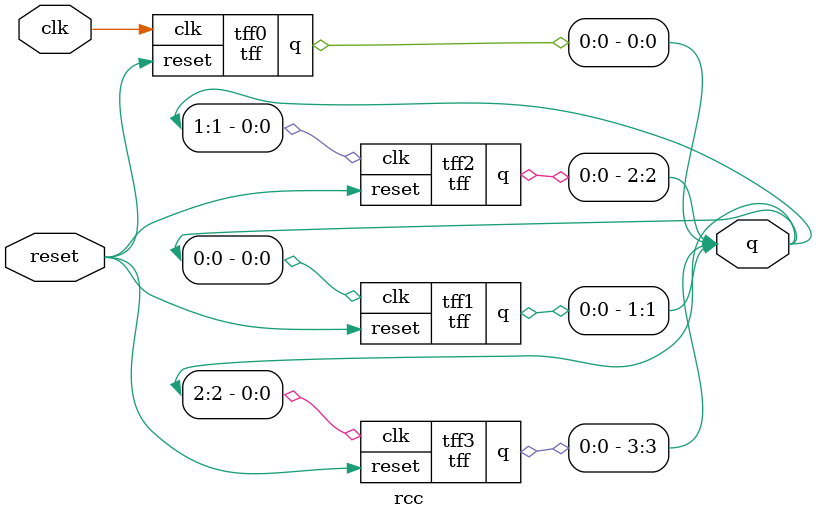
<source format=v>

module tff(q, clk,reset);

output reg q;
input clk,reset;

always @(posedge reset or posedge clk)
begin
    if(reset)
    begin
        q<=1'b0;
    end
    else
    begin
        q <= ~q;
    end     
    
end
endmodule

//Ripple carry counter
module rcc(q, clk, reset);

output [3:0]q;
input clk,reset;

tff tff0(q[0], clk, reset);
tff tff1(q[1], q[0], reset);
tff tff2(q[2], q[1], reset);
tff tff3(q[3], q[2], reset);

endmodule
</source>
